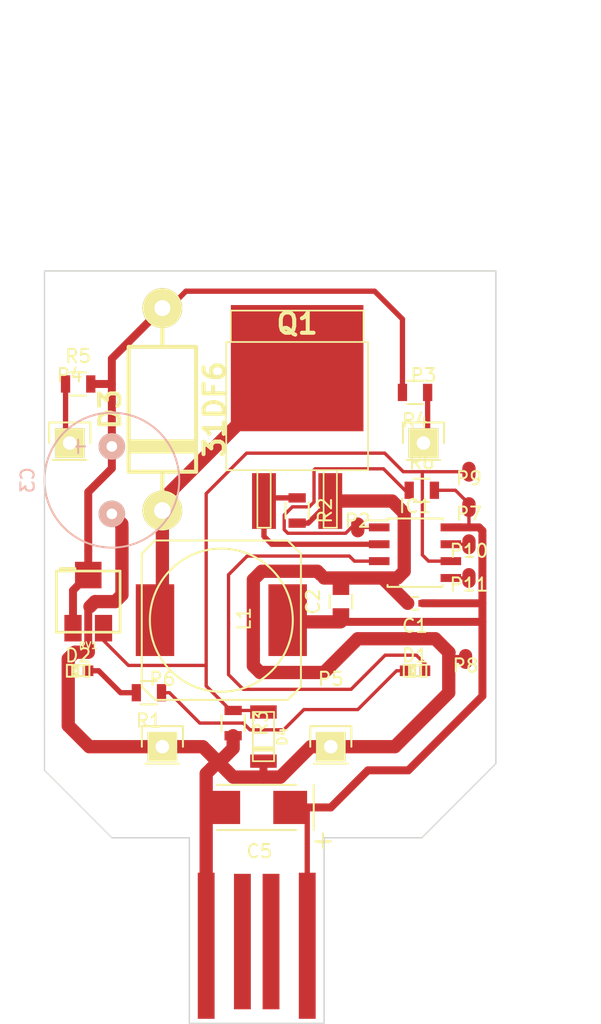
<source format=kicad_pcb>
(kicad_pcb (version 4) (host pcbnew "(2015-05-22 BZR 5678)-product")

  (general
    (links 42)
    (no_connects 0)
    (area 194.259999 53.035999 228.396001 109.778001)
    (thickness 1.6)
    (drawings 15)
    (tracks 198)
    (zones 0)
    (modules 29)
    (nets 17)
  )

  (page A4)
  (layers
    (0 F.Cu signal)
    (31 B.Cu signal)
    (32 B.Adhes user)
    (33 F.Adhes user)
    (34 B.Paste user)
    (35 F.Paste user)
    (36 B.SilkS user)
    (37 F.SilkS user)
    (38 B.Mask user)
    (39 F.Mask user)
    (40 Dwgs.User user)
    (41 Cmts.User user)
    (42 Eco1.User user)
    (43 Eco2.User user)
    (44 Edge.Cuts user)
    (45 Margin user)
    (46 B.CrtYd user)
    (47 F.CrtYd user)
    (48 B.Fab user)
    (49 F.Fab user)
  )

  (setup
    (last_trace_width 0.25)
    (user_trace_width 0.4)
    (user_trace_width 0.6)
    (user_trace_width 1)
    (trace_clearance 0.2)
    (zone_clearance 0.508)
    (zone_45_only no)
    (trace_min 0.2)
    (segment_width 0.2)
    (edge_width 0.1)
    (via_size 0.6)
    (via_drill 0.4)
    (via_min_size 0.4)
    (via_min_drill 0.3)
    (uvia_size 0.3)
    (uvia_drill 0.1)
    (uvias_allowed no)
    (uvia_min_size 0.2)
    (uvia_min_drill 0.1)
    (pcb_text_width 0.3)
    (pcb_text_size 1.5 1.5)
    (mod_edge_width 0.15)
    (mod_text_size 1 1)
    (mod_text_width 0.15)
    (pad_size 2 2)
    (pad_drill 0.8001)
    (pad_to_mask_clearance 0)
    (aux_axis_origin 215.9 88.9)
    (visible_elements 7FFCFFFF)
    (pcbplotparams
      (layerselection 0x00080_00000001)
      (usegerberextensions false)
      (excludeedgelayer false)
      (linewidth 0.100000)
      (plotframeref false)
      (viasonmask false)
      (mode 1)
      (useauxorigin false)
      (hpglpennumber 1)
      (hpglpenspeed 20)
      (hpglpendiameter 15)
      (hpglpenoverlay 2)
      (psnegative false)
      (psa4output false)
      (plotreference false)
      (plotvalue false)
      (plotinvisibletext false)
      (padsonsilk false)
      (subtractmaskfromsilk false)
      (outputformat 5)
      (mirror true)
      (drillshape 1)
      (scaleselection 1)
      (outputdirectory pcb/))
  )

  (net 0 "")
  (net 1 +5V)
  (net 2 GND)
  (net 3 "Net-(C3-Pad1)")
  (net 4 "Net-(D1-Pad2)")
  (net 5 "Net-(D1-Pad1)")
  (net 6 "Net-(D3-Pad2)")
  (net 7 "Net-(IC1-Pad1)")
  (net 8 "Net-(IC1-Pad2)")
  (net 9 "Net-(IC1-Pad5)")
  (net 10 "Net-(IC1-Pad7)")
  (net 11 "Net-(P1-Pad3)")
  (net 12 "Net-(P1-Pad2)")
  (net 13 "Net-(P3-Pad1)")
  (net 14 "Net-(P4-Pad1)")
  (net 15 "Net-(D2-Pad2)")
  (net 16 "Net-(D4-Pad1)")

  (net_class Default "This is the default net class."
    (clearance 0.2)
    (trace_width 0.25)
    (via_dia 0.6)
    (via_drill 0.4)
    (uvia_dia 0.3)
    (uvia_drill 0.1)
    (add_net +5V)
    (add_net GND)
    (add_net "Net-(C3-Pad1)")
    (add_net "Net-(D1-Pad1)")
    (add_net "Net-(D1-Pad2)")
    (add_net "Net-(D2-Pad2)")
    (add_net "Net-(D3-Pad2)")
    (add_net "Net-(D4-Pad1)")
    (add_net "Net-(IC1-Pad1)")
    (add_net "Net-(IC1-Pad2)")
    (add_net "Net-(IC1-Pad5)")
    (add_net "Net-(IC1-Pad7)")
    (add_net "Net-(P1-Pad2)")
    (add_net "Net-(P1-Pad3)")
    (add_net "Net-(P3-Pad1)")
    (add_net "Net-(P4-Pad1)")
  )

  (module w_smd_resistors:trim_bourns_3214j (layer F.Cu) (tedit 0) (tstamp 5560E2BD)
    (at 197.612 77.978 180)
    (descr "SMT trimmer, Bourns 3214J")
    (path /5560DA5C)
    (fp_text reference RV1 (at 0 -3.29946 180) (layer F.SilkS)
      (effects (font (size 0.50038 0.50038) (thickness 0.09906)))
    )
    (fp_text value 500K (at 0 3.70078 180) (layer F.SilkS) hide
      (effects (font (size 0.50038 0.50038) (thickness 0.09906)))
    )
    (fp_line (start 2.10058 2.4003) (end 1.00076 2.4003) (layer F.SilkS) (width 0.20066))
    (fp_line (start 1.00076 2.30124) (end 1.00076 2.49936) (layer F.SilkS) (width 0.20066))
    (fp_line (start 1.00076 2.49936) (end 2.10058 2.49936) (layer F.SilkS) (width 0.20066))
    (fp_line (start 2.10058 2.49936) (end 2.10058 2.30124) (layer F.SilkS) (width 0.20066))
    (fp_line (start -2.4003 2.30124) (end 2.4003 2.30124) (layer F.SilkS) (width 0.20066))
    (fp_line (start 2.4003 2.30124) (end 2.4003 -2.30124) (layer F.SilkS) (width 0.20066))
    (fp_line (start 2.4003 -2.30124) (end -2.4003 -2.30124) (layer F.SilkS) (width 0.20066))
    (fp_line (start -2.4003 -2.30124) (end -2.4003 2.30124) (layer F.SilkS) (width 0.20066))
    (pad 3 smd rect (at -1.15062 -1.99898 180) (size 1.30048 1.99898) (layers F.Cu F.Paste F.Mask)
      (net 16 "Net-(D4-Pad1)"))
    (pad 2 smd rect (at 0 1.99898 180) (size 1.99898 1.99898) (layers F.Cu F.Paste F.Mask)
      (net 3 "Net-(C3-Pad1)"))
    (pad 1 smd rect (at 1.15062 -1.99898 180) (size 1.30048 1.99898) (layers F.Cu F.Paste F.Mask)
      (net 3 "Net-(C3-Pad1)"))
    (model walter/smd_resistors/trim_bourns_3214j.wrl
      (at (xyz 0 0 0))
      (scale (xyz 1 1 1))
      (rotate (xyz 0 0 0))
    )
  )

  (module Inductors:SELF-WE-PD-XXL (layer F.Cu) (tedit 5560E54F) (tstamp 5560E269)
    (at 207.645 79.375 180)
    (descr "SELF- WE-PD-XXL")
    (path /5560C8A8)
    (attr smd)
    (fp_text reference L1 (at -1.69926 0.09906 270) (layer F.SilkS)
      (effects (font (size 1 1) (thickness 0.15)))
    )
    (fp_text value 220uH (at 1.80086 0 270) (layer F.Fab)
      (effects (font (size 1 1) (thickness 0.15)))
    )
    (fp_circle (center 0 0) (end 3.81 3.81) (layer F.SilkS) (width 0.155))
    (fp_line (start -5.99948 0) (end -5.99948 -5.00126) (layer F.SilkS) (width 0.15))
    (fp_line (start -5.99948 -5.00126) (end -5.00126 -5.99948) (layer F.SilkS) (width 0.15))
    (fp_line (start -5.00126 -5.99948) (end 5.00126 -5.99948) (layer F.SilkS) (width 0.15))
    (fp_line (start 5.00126 -5.99948) (end 5.99948 -5.00126) (layer F.SilkS) (width 0.15))
    (fp_line (start 5.99948 -5.00126) (end 5.99948 5.00126) (layer F.SilkS) (width 0.15))
    (fp_line (start 5.99948 5.00126) (end 5.00126 5.99948) (layer F.SilkS) (width 0.15))
    (fp_line (start 5.00126 5.99948) (end -5.00126 5.99948) (layer F.SilkS) (width 0.15))
    (fp_line (start -5.00126 5.99948) (end -5.99948 5.00126) (layer F.SilkS) (width 0.15))
    (fp_line (start -5.99948 5.00126) (end -5.99948 0) (layer F.SilkS) (width 0.15))
    (fp_text user "" (at 0 0 180) (layer F.SilkS)
      (effects (font (size 1 1) (thickness 0.15)))
    )
    (fp_text user "" (at 0 0 180) (layer F.SilkS)
      (effects (font (size 1 1) (thickness 0.15)))
    )
    (pad 1 smd rect (at -5.00126 0 180) (size 2.90068 5.40004) (layers F.Cu F.Paste F.Mask)
      (net 1 +5V))
    (pad 2 smd rect (at 5.00126 0 180) (size 2.90068 5.40004) (layers F.Cu F.Paste F.Mask)
      (net 6 "Net-(D3-Pad2)"))
    (model Inductors.3dshapes/SELF-WE-PD-XXL.wrl
      (at (xyz 0 0 0))
      (scale (xyz 1 1 1))
      (rotate (xyz 0 0 0))
    )
  )

  (module Capacitors_SMD:C_0402 (layer F.Cu) (tedit 5415D599) (tstamp 5560E22D)
    (at 222.25 78.105 180)
    (descr "Capacitor SMD 0402, reflow soldering, AVX (see smccp.pdf)")
    (tags "capacitor 0402")
    (path /5560D234)
    (attr smd)
    (fp_text reference C1 (at 0 -1.7 180) (layer F.SilkS)
      (effects (font (size 1 1) (thickness 0.15)))
    )
    (fp_text value 0.1 (at 0 1.7 180) (layer F.Fab)
      (effects (font (size 1 1) (thickness 0.15)))
    )
    (fp_line (start -1.15 -0.6) (end 1.15 -0.6) (layer F.CrtYd) (width 0.05))
    (fp_line (start -1.15 0.6) (end 1.15 0.6) (layer F.CrtYd) (width 0.05))
    (fp_line (start -1.15 -0.6) (end -1.15 0.6) (layer F.CrtYd) (width 0.05))
    (fp_line (start 1.15 -0.6) (end 1.15 0.6) (layer F.CrtYd) (width 0.05))
    (fp_line (start 0.25 -0.475) (end -0.25 -0.475) (layer F.SilkS) (width 0.15))
    (fp_line (start -0.25 0.475) (end 0.25 0.475) (layer F.SilkS) (width 0.15))
    (pad 1 smd rect (at -0.55 0 180) (size 0.6 0.5) (layers F.Cu F.Paste F.Mask)
      (net 1 +5V))
    (pad 2 smd rect (at 0.55 0 180) (size 0.6 0.5) (layers F.Cu F.Paste F.Mask)
      (net 2 GND))
    (model Capacitors_SMD.3dshapes/C_0402.wrl
      (at (xyz 0 0 0))
      (scale (xyz 1 1 1))
      (rotate (xyz 0 0 0))
    )
  )

  (module Capacitors_Elko_ThroughHole:Elko_vert_20x10mm_RM5 (layer B.Cu) (tedit 5561D267) (tstamp 5560E239)
    (at 199.39 66.294 270)
    (descr "Electrolytic Capacitor, vertical, diameter 10mm, RM 5mm, radial,")
    (tags "Electrolytic Capacitor, vertical, diameter 10mm, RM 5mm, Elko, Electrolytkondensator, Kondensator gepolt, Durchmesser 10mm, radial,")
    (path /5560D8B7)
    (fp_text reference C3 (at 2.54 6.35 270) (layer B.SilkS)
      (effects (font (size 1 1) (thickness 0.15)) (justify mirror))
    )
    (fp_text value 4,7uF/300V (at 2.54 -6.35 270) (layer B.Fab)
      (effects (font (size 1 1) (thickness 0.15)) (justify mirror))
    )
    (fp_line (start 0 3.048) (end 0 2.032) (layer B.SilkS) (width 0.15))
    (fp_line (start -0.508 2.54) (end 0.508 2.54) (layer B.SilkS) (width 0.15))
    (fp_line (start -0.508 2.54) (end 0.508 2.54) (layer B.Cu) (width 0.15))
    (fp_line (start 0 3.048) (end 0 2.032) (layer B.Cu) (width 0.15))
    (fp_circle (center 2.54 0) (end 7.62 0) (layer B.SilkS) (width 0.15))
    (pad 2 thru_hole circle (at 5.08 0 270) (size 2 2) (drill 0.8001) (layers *.Cu *.Mask B.SilkS)
      (net 2 GND))
    (pad 1 thru_hole circle (at 0 0 270) (size 2 2) (drill 0.8001) (layers *.Cu *.Mask B.SilkS)
      (net 3 "Net-(C3-Pad1)"))
    (model Capacitors_Elko_ThroughHole.3dshapes/Elko_vert_20x10mm_RM5.wrl
      (at (xyz 0 0 0))
      (scale (xyz 1 1 1))
      (rotate (xyz 0 0 0))
    )
  )

  (module LEDs:LED-0603 (layer F.Cu) (tedit 5560E33F) (tstamp 5560E245)
    (at 222.25 83.185)
    (descr "LED 0603 smd package")
    (tags "LED led 0603 SMD smd SMT smt smdled SMDLED smtled SMTLED")
    (path /5560EA08)
    (attr smd)
    (fp_text reference D1 (at 0 -1.15) (layer F.SilkS)
      (effects (font (size 1 1) (thickness 0.15)))
    )
    (fp_text value Led_Small (at 0 1.2) (layer F.Fab)
      (effects (font (size 1 1) (thickness 0.15)))
    )
    (fp_line (start -0.44958 -0.44958) (end -0.44958 0.44958) (layer F.SilkS) (width 0.15))
    (fp_line (start -0.44958 0.44958) (end -0.84836 0.44958) (layer F.SilkS) (width 0.15))
    (fp_line (start -0.84836 -0.44958) (end -0.84836 0.44958) (layer F.SilkS) (width 0.15))
    (fp_line (start -0.44958 -0.44958) (end -0.84836 -0.44958) (layer F.SilkS) (width 0.15))
    (fp_line (start 0.84836 -0.44958) (end 0.84836 0.44958) (layer F.SilkS) (width 0.15))
    (fp_line (start 0.84836 0.44958) (end 0.44958 0.44958) (layer F.SilkS) (width 0.15))
    (fp_line (start 0.44958 -0.44958) (end 0.44958 0.44958) (layer F.SilkS) (width 0.15))
    (fp_line (start 0.84836 -0.44958) (end 0.44958 -0.44958) (layer F.SilkS) (width 0.15))
    (fp_line (start 0 -0.44958) (end 0 -0.29972) (layer F.SilkS) (width 0.15))
    (fp_line (start 0 -0.29972) (end -0.29972 -0.29972) (layer F.SilkS) (width 0.15))
    (fp_line (start -0.29972 -0.44958) (end -0.29972 -0.29972) (layer F.SilkS) (width 0.15))
    (fp_line (start 0 -0.44958) (end -0.29972 -0.44958) (layer F.SilkS) (width 0.15))
    (fp_line (start 0 0.29972) (end 0 0.44958) (layer F.SilkS) (width 0.15))
    (fp_line (start 0 0.44958) (end -0.29972 0.44958) (layer F.SilkS) (width 0.15))
    (fp_line (start -0.29972 0.29972) (end -0.29972 0.44958) (layer F.SilkS) (width 0.15))
    (fp_line (start 0 0.29972) (end -0.29972 0.29972) (layer F.SilkS) (width 0.15))
    (fp_line (start 0 -0.14986) (end 0 0.14986) (layer F.SilkS) (width 0.15))
    (fp_line (start 0 0.14986) (end -0.29972 0.14986) (layer F.SilkS) (width 0.15))
    (fp_line (start -0.29972 -0.14986) (end -0.29972 0.14986) (layer F.SilkS) (width 0.15))
    (fp_line (start 0 -0.14986) (end -0.29972 -0.14986) (layer F.SilkS) (width 0.15))
    (fp_line (start -0.44958 -0.39878) (end 0.44958 -0.39878) (layer F.SilkS) (width 0.15))
    (fp_line (start -0.44958 0.39878) (end 0.44958 0.39878) (layer F.SilkS) (width 0.15))
    (pad 2 smd rect (at 0.7493 0 180) (size 0.79756 0.79756) (layers F.Cu F.Paste F.Mask)
      (net 4 "Net-(D1-Pad2)"))
    (pad 1 smd rect (at -0.7493 0 180) (size 0.79756 0.79756) (layers F.Cu F.Paste F.Mask)
      (net 5 "Net-(D1-Pad1)"))
  )

  (module LEDs:LED-0603 (layer F.Cu) (tedit 5560E332) (tstamp 5560E24B)
    (at 196.85 83.185)
    (descr "LED 0603 smd package")
    (tags "LED led 0603 SMD smd SMT smt smdled SMDLED smtled SMTLED")
    (path /5560EA7D)
    (attr smd)
    (fp_text reference D2 (at 0 -1.15) (layer F.SilkS)
      (effects (font (size 1 1) (thickness 0.15)))
    )
    (fp_text value Led_Small (at 0 1.2) (layer F.Fab)
      (effects (font (size 1 1) (thickness 0.15)))
    )
    (fp_line (start -0.44958 -0.44958) (end -0.44958 0.44958) (layer F.SilkS) (width 0.15))
    (fp_line (start -0.44958 0.44958) (end -0.84836 0.44958) (layer F.SilkS) (width 0.15))
    (fp_line (start -0.84836 -0.44958) (end -0.84836 0.44958) (layer F.SilkS) (width 0.15))
    (fp_line (start -0.44958 -0.44958) (end -0.84836 -0.44958) (layer F.SilkS) (width 0.15))
    (fp_line (start 0.84836 -0.44958) (end 0.84836 0.44958) (layer F.SilkS) (width 0.15))
    (fp_line (start 0.84836 0.44958) (end 0.44958 0.44958) (layer F.SilkS) (width 0.15))
    (fp_line (start 0.44958 -0.44958) (end 0.44958 0.44958) (layer F.SilkS) (width 0.15))
    (fp_line (start 0.84836 -0.44958) (end 0.44958 -0.44958) (layer F.SilkS) (width 0.15))
    (fp_line (start 0 -0.44958) (end 0 -0.29972) (layer F.SilkS) (width 0.15))
    (fp_line (start 0 -0.29972) (end -0.29972 -0.29972) (layer F.SilkS) (width 0.15))
    (fp_line (start -0.29972 -0.44958) (end -0.29972 -0.29972) (layer F.SilkS) (width 0.15))
    (fp_line (start 0 -0.44958) (end -0.29972 -0.44958) (layer F.SilkS) (width 0.15))
    (fp_line (start 0 0.29972) (end 0 0.44958) (layer F.SilkS) (width 0.15))
    (fp_line (start 0 0.44958) (end -0.29972 0.44958) (layer F.SilkS) (width 0.15))
    (fp_line (start -0.29972 0.29972) (end -0.29972 0.44958) (layer F.SilkS) (width 0.15))
    (fp_line (start 0 0.29972) (end -0.29972 0.29972) (layer F.SilkS) (width 0.15))
    (fp_line (start 0 -0.14986) (end 0 0.14986) (layer F.SilkS) (width 0.15))
    (fp_line (start 0 0.14986) (end -0.29972 0.14986) (layer F.SilkS) (width 0.15))
    (fp_line (start -0.29972 -0.14986) (end -0.29972 0.14986) (layer F.SilkS) (width 0.15))
    (fp_line (start 0 -0.14986) (end -0.29972 -0.14986) (layer F.SilkS) (width 0.15))
    (fp_line (start -0.44958 -0.39878) (end 0.44958 -0.39878) (layer F.SilkS) (width 0.15))
    (fp_line (start -0.44958 0.39878) (end 0.44958 0.39878) (layer F.SilkS) (width 0.15))
    (pad 2 smd rect (at 0.7493 0 180) (size 0.79756 0.79756) (layers F.Cu F.Paste F.Mask)
      (net 15 "Net-(D2-Pad2)"))
    (pad 1 smd rect (at -0.7493 0 180) (size 0.79756 0.79756) (layers F.Cu F.Paste F.Mask)
      (net 2 GND))
  )

  (module w_smd_diode:sod80c (layer F.Cu) (tedit 0) (tstamp 5560E257)
    (at 210.82 88.138 270)
    (descr SOD80C)
    (path /55612A4B)
    (fp_text reference D4 (at 0 -1.4224 270) (layer F.SilkS)
      (effects (font (size 0.70104 0.70104) (thickness 0.14986)))
    )
    (fp_text value BZV55-C3V3 (at 0.0254 1.397 270) (layer F.SilkS) hide
      (effects (font (size 0.70104 0.70104) (thickness 0.14986)))
    )
    (fp_line (start 1.0541 -0.8001) (end 1.0541 0.8001) (layer F.SilkS) (width 0.127))
    (fp_line (start 0.9271 0.8001) (end 0.9271 -0.8001) (layer F.SilkS) (width 0.127))
    (fp_line (start 0.8001 -0.8001) (end 0.8001 0.8001) (layer F.SilkS) (width 0.127))
    (fp_line (start 1.8542 -0.8001) (end -1.8542 -0.8001) (layer F.SilkS) (width 0.127))
    (fp_line (start -1.8542 -0.8001) (end -1.8542 0.8001) (layer F.SilkS) (width 0.127))
    (fp_line (start -1.8542 0.8001) (end 1.8542 0.8001) (layer F.SilkS) (width 0.127))
    (fp_line (start 1.8542 0.8001) (end 1.8542 -0.8001) (layer F.SilkS) (width 0.127))
    (pad 1 smd rect (at -1.84912 0 270) (size 1.00076 1.99898) (layers F.Cu F.Paste F.Mask)
      (net 16 "Net-(D4-Pad1)"))
    (pad 2 smd rect (at 1.84912 0 270) (size 1.00076 1.99898) (layers F.Cu F.Paste F.Mask)
      (net 2 GND))
    (model walter/smd_diode/sod80c.wrl
      (at (xyz 0 0 0))
      (scale (xyz 1 1 1))
      (rotate (xyz 0 0 0))
    )
  )

  (module Housings_SOIC:SOIC-8_3.9x4.9mm_Pitch1.27mm (layer F.Cu) (tedit 54130A77) (tstamp 5560E263)
    (at 222.25 74.295)
    (descr "8-Lead Plastic Small Outline (SN) - Narrow, 3.90 mm Body [SOIC] (see Microchip Packaging Specification 00000049BS.pdf)")
    (tags "SOIC 1.27")
    (path /5560C9CC)
    (attr smd)
    (fp_text reference IC1 (at 0 -3.5) (layer F.SilkS)
      (effects (font (size 1 1) (thickness 0.15)))
    )
    (fp_text value ATTINY12-S (at 0 3.5) (layer F.Fab)
      (effects (font (size 1 1) (thickness 0.15)))
    )
    (fp_line (start -3.75 -2.75) (end -3.75 2.75) (layer F.CrtYd) (width 0.05))
    (fp_line (start 3.75 -2.75) (end 3.75 2.75) (layer F.CrtYd) (width 0.05))
    (fp_line (start -3.75 -2.75) (end 3.75 -2.75) (layer F.CrtYd) (width 0.05))
    (fp_line (start -3.75 2.75) (end 3.75 2.75) (layer F.CrtYd) (width 0.05))
    (fp_line (start -2.075 -2.575) (end -2.075 -2.43) (layer F.SilkS) (width 0.15))
    (fp_line (start 2.075 -2.575) (end 2.075 -2.43) (layer F.SilkS) (width 0.15))
    (fp_line (start 2.075 2.575) (end 2.075 2.43) (layer F.SilkS) (width 0.15))
    (fp_line (start -2.075 2.575) (end -2.075 2.43) (layer F.SilkS) (width 0.15))
    (fp_line (start -2.075 -2.575) (end 2.075 -2.575) (layer F.SilkS) (width 0.15))
    (fp_line (start -2.075 2.575) (end 2.075 2.575) (layer F.SilkS) (width 0.15))
    (fp_line (start -2.075 -2.43) (end -3.475 -2.43) (layer F.SilkS) (width 0.15))
    (pad 1 smd rect (at -2.7 -1.905) (size 1.55 0.6) (layers F.Cu F.Paste F.Mask)
      (net 7 "Net-(IC1-Pad1)"))
    (pad 2 smd rect (at -2.7 -0.635) (size 1.55 0.6) (layers F.Cu F.Paste F.Mask)
      (net 8 "Net-(IC1-Pad2)"))
    (pad 3 smd rect (at -2.7 0.635) (size 1.55 0.6) (layers F.Cu F.Paste F.Mask)
      (net 4 "Net-(D1-Pad2)"))
    (pad 4 smd rect (at -2.7 1.905) (size 1.55 0.6) (layers F.Cu F.Paste F.Mask)
      (net 2 GND))
    (pad 5 smd rect (at 2.7 1.905) (size 1.55 0.6) (layers F.Cu F.Paste F.Mask)
      (net 9 "Net-(IC1-Pad5)"))
    (pad 6 smd rect (at 2.7 0.635) (size 1.55 0.6) (layers F.Cu F.Paste F.Mask)
      (net 16 "Net-(D4-Pad1)"))
    (pad 7 smd rect (at 2.7 -0.635) (size 1.55 0.6) (layers F.Cu F.Paste F.Mask)
      (net 10 "Net-(IC1-Pad7)"))
    (pad 8 smd rect (at 2.7 -1.905) (size 1.55 0.6) (layers F.Cu F.Paste F.Mask)
      (net 1 +5V))
    (model Housings_SOIC.3dshapes/SOIC-8_3.9x4.9mm_Pitch1.27mm.wrl
      (at (xyz 0 0 0))
      (scale (xyz 1 1 1))
      (rotate (xyz 0 0 0))
    )
  )

  (module w_smd_trans:d2-pak (layer F.Cu) (tedit 0) (tstamp 5560E298)
    (at 213.36 65.405)
    (descr D2-pak)
    (path /556158D3)
    (fp_text reference Q1 (at 0 -8.3566) (layer F.SilkS)
      (effects (font (thickness 0.3048)))
    )
    (fp_text value IRF630NS (at 0 5.9944) (layer F.SilkS) hide
      (effects (font (thickness 0.3048)))
    )
    (fp_line (start -5.0038 -6.9723) (end -5.0038 -9.3345) (layer F.SilkS) (width 0.127))
    (fp_line (start -5.0038 -9.3345) (end 5.0038 -9.3345) (layer F.SilkS) (width 0.127))
    (fp_line (start 5.0038 -9.3345) (end 5.0038 -6.9723) (layer F.SilkS) (width 0.127))
    (fp_line (start 2.9972 7.0104) (end 2.9972 2.6797) (layer F.SilkS) (width 0.127))
    (fp_line (start 1.9939 7.0104) (end 2.9972 7.0104) (layer F.SilkS) (width 0.127))
    (fp_line (start 1.9939 2.6797) (end 1.9939 7.0104) (layer F.SilkS) (width 0.127))
    (fp_line (start -2.9972 2.6797) (end -2.9972 7.0104) (layer F.SilkS) (width 0.127))
    (fp_line (start -2.9972 7.0104) (end -1.9939 7.0104) (layer F.SilkS) (width 0.127))
    (fp_line (start -1.9939 7.0104) (end -1.9939 2.6797) (layer F.SilkS) (width 0.127))
    (fp_line (start -5.3467 -6.9723) (end 5.3467 -6.9723) (layer F.SilkS) (width 0.127))
    (fp_line (start 5.3467 -6.9723) (end 5.3467 2.6797) (layer F.SilkS) (width 0.127))
    (fp_line (start 5.3467 2.6797) (end -5.3467 2.6797) (layer F.SilkS) (width 0.127))
    (fp_line (start -5.3467 2.6797) (end -5.3467 -6.9723) (layer F.SilkS) (width 0.127))
    (pad 1 smd rect (at -2.49936 5.00126) (size 1.80086 4.20116) (layers F.Cu F.Paste F.Mask)
      (net 8 "Net-(IC1-Pad2)"))
    (pad 3 smd rect (at 2.49936 5.00126) (size 1.80086 4.20116) (layers F.Cu F.Paste F.Mask)
      (net 2 GND))
    (pad 2 smd rect (at 0 -5.00126) (size 9.99998 9.4996) (layers F.Cu F.Paste F.Mask)
      (net 6 "Net-(D3-Pad2)"))
    (model walter/smd_trans/d2-pak.wrl
      (at (xyz 0 0 0))
      (scale (xyz 1 1 1))
      (rotate (xyz 0 0 0))
    )
  )

  (module Resistors_SMD:R_0805 (layer F.Cu) (tedit 5415CDEB) (tstamp 5560E29E)
    (at 202.184 84.836 180)
    (descr "Resistor SMD 0805, reflow soldering, Vishay (see dcrcw.pdf)")
    (tags "resistor 0805")
    (path /5560EBB1)
    (attr smd)
    (fp_text reference R1 (at 0 -2.1 180) (layer F.SilkS)
      (effects (font (size 1 1) (thickness 0.15)))
    )
    (fp_text value 68 (at 0 2.1 180) (layer F.Fab)
      (effects (font (size 1 1) (thickness 0.15)))
    )
    (fp_line (start -1.6 -1) (end 1.6 -1) (layer F.CrtYd) (width 0.05))
    (fp_line (start -1.6 1) (end 1.6 1) (layer F.CrtYd) (width 0.05))
    (fp_line (start -1.6 -1) (end -1.6 1) (layer F.CrtYd) (width 0.05))
    (fp_line (start 1.6 -1) (end 1.6 1) (layer F.CrtYd) (width 0.05))
    (fp_line (start 0.6 0.875) (end -0.6 0.875) (layer F.SilkS) (width 0.15))
    (fp_line (start -0.6 -0.875) (end 0.6 -0.875) (layer F.SilkS) (width 0.15))
    (pad 1 smd rect (at -0.95 0 180) (size 0.7 1.3) (layers F.Cu F.Paste F.Mask)
      (net 5 "Net-(D1-Pad1)"))
    (pad 2 smd rect (at 0.95 0 180) (size 0.7 1.3) (layers F.Cu F.Paste F.Mask)
      (net 15 "Net-(D2-Pad2)"))
    (model Resistors_SMD.3dshapes/R_0805.wrl
      (at (xyz 0 0 0))
      (scale (xyz 1 1 1))
      (rotate (xyz 0 0 0))
    )
  )

  (module Resistors_SMD:R_0805 (layer F.Cu) (tedit 5415CDEB) (tstamp 5560E2A4)
    (at 213.36 71.12 270)
    (descr "Resistor SMD 0805, reflow soldering, Vishay (see dcrcw.pdf)")
    (tags "resistor 0805")
    (path /5560CCAE)
    (attr smd)
    (fp_text reference R2 (at 0 -2.1 270) (layer F.SilkS)
      (effects (font (size 1 1) (thickness 0.15)))
    )
    (fp_text value 1M (at -1.905 0 270) (layer F.Fab)
      (effects (font (size 1 1) (thickness 0.15)))
    )
    (fp_line (start -1.6 -1) (end 1.6 -1) (layer F.CrtYd) (width 0.05))
    (fp_line (start -1.6 1) (end 1.6 1) (layer F.CrtYd) (width 0.05))
    (fp_line (start -1.6 -1) (end -1.6 1) (layer F.CrtYd) (width 0.05))
    (fp_line (start 1.6 -1) (end 1.6 1) (layer F.CrtYd) (width 0.05))
    (fp_line (start 0.6 0.875) (end -0.6 0.875) (layer F.SilkS) (width 0.15))
    (fp_line (start -0.6 -0.875) (end 0.6 -0.875) (layer F.SilkS) (width 0.15))
    (pad 1 smd rect (at -0.95 0 270) (size 0.7 1.3) (layers F.Cu F.Paste F.Mask)
      (net 8 "Net-(IC1-Pad2)"))
    (pad 2 smd rect (at 0.95 0 270) (size 0.7 1.3) (layers F.Cu F.Paste F.Mask)
      (net 2 GND))
    (model Resistors_SMD.3dshapes/R_0805.wrl
      (at (xyz 0 0 0))
      (scale (xyz 1 1 1))
      (rotate (xyz 0 0 0))
    )
  )

  (module Resistors_SMD:R_0805 (layer F.Cu) (tedit 5415CDEB) (tstamp 5560E2AA)
    (at 208.534 87.122 270)
    (descr "Resistor SMD 0805, reflow soldering, Vishay (see dcrcw.pdf)")
    (tags "resistor 0805")
    (path /5560D9BF)
    (attr smd)
    (fp_text reference R3 (at 0 -2.1 270) (layer F.SilkS)
      (effects (font (size 1 1) (thickness 0.15)))
    )
    (fp_text value 4K7 (at 0 2.1 270) (layer F.Fab)
      (effects (font (size 1 1) (thickness 0.15)))
    )
    (fp_line (start -1.6 -1) (end 1.6 -1) (layer F.CrtYd) (width 0.05))
    (fp_line (start -1.6 1) (end 1.6 1) (layer F.CrtYd) (width 0.05))
    (fp_line (start -1.6 -1) (end -1.6 1) (layer F.CrtYd) (width 0.05))
    (fp_line (start 1.6 -1) (end 1.6 1) (layer F.CrtYd) (width 0.05))
    (fp_line (start 0.6 0.875) (end -0.6 0.875) (layer F.SilkS) (width 0.15))
    (fp_line (start -0.6 -0.875) (end 0.6 -0.875) (layer F.SilkS) (width 0.15))
    (pad 1 smd rect (at -0.95 0 270) (size 0.7 1.3) (layers F.Cu F.Paste F.Mask)
      (net 16 "Net-(D4-Pad1)"))
    (pad 2 smd rect (at 0.95 0 270) (size 0.7 1.3) (layers F.Cu F.Paste F.Mask)
      (net 2 GND))
    (model Resistors_SMD.3dshapes/R_0805.wrl
      (at (xyz 0 0 0))
      (scale (xyz 1 1 1))
      (rotate (xyz 0 0 0))
    )
  )

  (module Resistors_SMD:R_0805 (layer F.Cu) (tedit 5415CDEB) (tstamp 5560E2B0)
    (at 222.25 62.23 180)
    (descr "Resistor SMD 0805, reflow soldering, Vishay (see dcrcw.pdf)")
    (tags "resistor 0805")
    (path /5561080F)
    (attr smd)
    (fp_text reference R4 (at 0 -2.1 180) (layer F.SilkS)
      (effects (font (size 1 1) (thickness 0.15)))
    )
    (fp_text value 510 (at 0 2.1 180) (layer F.Fab)
      (effects (font (size 1 1) (thickness 0.15)))
    )
    (fp_line (start -1.6 -1) (end 1.6 -1) (layer F.CrtYd) (width 0.05))
    (fp_line (start -1.6 1) (end 1.6 1) (layer F.CrtYd) (width 0.05))
    (fp_line (start -1.6 -1) (end -1.6 1) (layer F.CrtYd) (width 0.05))
    (fp_line (start 1.6 -1) (end 1.6 1) (layer F.CrtYd) (width 0.05))
    (fp_line (start 0.6 0.875) (end -0.6 0.875) (layer F.SilkS) (width 0.15))
    (fp_line (start -0.6 -0.875) (end 0.6 -0.875) (layer F.SilkS) (width 0.15))
    (pad 1 smd rect (at -0.95 0 180) (size 0.7 1.3) (layers F.Cu F.Paste F.Mask)
      (net 13 "Net-(P3-Pad1)"))
    (pad 2 smd rect (at 0.95 0 180) (size 0.7 1.3) (layers F.Cu F.Paste F.Mask)
      (net 3 "Net-(C3-Pad1)"))
    (model Resistors_SMD.3dshapes/R_0805.wrl
      (at (xyz 0 0 0))
      (scale (xyz 1 1 1))
      (rotate (xyz 0 0 0))
    )
  )

  (module Resistors_SMD:R_0805 (layer F.Cu) (tedit 5415CDEB) (tstamp 5560E2B6)
    (at 196.85 61.595)
    (descr "Resistor SMD 0805, reflow soldering, Vishay (see dcrcw.pdf)")
    (tags "resistor 0805")
    (path /5561088C)
    (attr smd)
    (fp_text reference R5 (at 0 -2.1) (layer F.SilkS)
      (effects (font (size 1 1) (thickness 0.15)))
    )
    (fp_text value 510 (at 0 2.1) (layer F.Fab)
      (effects (font (size 1 1) (thickness 0.15)))
    )
    (fp_line (start -1.6 -1) (end 1.6 -1) (layer F.CrtYd) (width 0.05))
    (fp_line (start -1.6 1) (end 1.6 1) (layer F.CrtYd) (width 0.05))
    (fp_line (start -1.6 -1) (end -1.6 1) (layer F.CrtYd) (width 0.05))
    (fp_line (start 1.6 -1) (end 1.6 1) (layer F.CrtYd) (width 0.05))
    (fp_line (start 0.6 0.875) (end -0.6 0.875) (layer F.SilkS) (width 0.15))
    (fp_line (start -0.6 -0.875) (end 0.6 -0.875) (layer F.SilkS) (width 0.15))
    (pad 1 smd rect (at -0.95 0) (size 0.7 1.3) (layers F.Cu F.Paste F.Mask)
      (net 14 "Net-(P4-Pad1)"))
    (pad 2 smd rect (at 0.95 0) (size 0.7 1.3) (layers F.Cu F.Paste F.Mask)
      (net 3 "Net-(C3-Pad1)"))
    (model Resistors_SMD.3dshapes/R_0805.wrl
      (at (xyz 0 0 0))
      (scale (xyz 1 1 1))
      (rotate (xyz 0 0 0))
    )
  )

  (module w_pth_diode:diode_do201 (layer F.Cu) (tedit 5561CE33) (tstamp 5560E3D7)
    (at 203.2 63.5 270)
    (descr "Diode, DO-201 package")
    (path /5560D3F9)
    (fp_text reference D3 (at 0 3.937 270) (layer F.SilkS)
      (effects (font (thickness 0.3048)))
    )
    (fp_text value 31DF6 (at 0 -3.937 270) (layer F.SilkS)
      (effects (font (thickness 0.3048)))
    )
    (fp_line (start 2.413 2.54) (end 2.413 -2.54) (layer F.SilkS) (width 0.3048))
    (fp_line (start 2.667 -2.54) (end 2.667 2.54) (layer F.SilkS) (width 0.3048))
    (fp_line (start 2.921 2.54) (end 2.921 -2.54) (layer F.SilkS) (width 0.3048))
    (fp_line (start 3.175 -2.54) (end 3.175 2.54) (layer F.SilkS) (width 0.3048))
    (fp_line (start 7.62 0) (end 4.699 0) (layer F.SilkS) (width 0.3048))
    (fp_line (start -7.62 0) (end -4.699 0) (layer F.SilkS) (width 0.3048))
    (fp_line (start -4.699 2.54) (end -4.699 -2.54) (layer F.SilkS) (width 0.3048))
    (fp_line (start -4.699 -2.54) (end 4.699 -2.54) (layer F.SilkS) (width 0.3048))
    (fp_line (start 4.699 -2.54) (end 4.699 2.54) (layer F.SilkS) (width 0.3048))
    (fp_line (start 4.699 2.54) (end -4.699 2.54) (layer F.SilkS) (width 0.3048))
    (pad 1 thru_hole circle (at -7.62 0 270) (size 3 3) (drill 1.2) (layers *.Cu *.Mask F.SilkS)
      (net 3 "Net-(C3-Pad1)"))
    (pad 2 thru_hole circle (at 7.62 0 270) (size 3 3) (drill 1.24968) (layers *.Cu *.Mask F.SilkS)
      (net 6 "Net-(D3-Pad2)"))
    (model walter/pth_diodes/diode_do201.wrl
      (at (xyz 0 0 0))
      (scale (xyz 1 1 1))
      (rotate (xyz 0 0 0))
    )
  )

  (module svo_assorted:wirepad-1 (layer F.Cu) (tedit 55611155) (tstamp 556113D9)
    (at 217.932 72.39 180)
    (path /55616784)
    (fp_text reference P2 (at 0 0.5 180) (layer F.SilkS)
      (effects (font (size 1 1) (thickness 0.15)))
    )
    (fp_text value CONN_01X01 (at 0 -0.5 180) (layer F.Fab)
      (effects (font (size 1 1) (thickness 0.15)))
    )
    (pad 1 smd oval (at 0 0 180) (size 1 1.5) (layers F.Cu F.Paste F.Mask)
      (net 7 "Net-(IC1-Pad1)"))
  )

  (module svo_assorted:wirepad-1 (layer F.Cu) (tedit 55611155) (tstamp 556113F1)
    (at 226.314 70.866)
    (path /55616ADC)
    (fp_text reference P7 (at 0 0.5) (layer F.SilkS)
      (effects (font (size 1 1) (thickness 0.15)))
    )
    (fp_text value CONN_01X01 (at 0 -0.5) (layer F.Fab)
      (effects (font (size 1 1) (thickness 0.15)))
    )
    (pad 1 smd oval (at 0 0) (size 1 1.5) (layers F.Cu F.Paste F.Mask)
      (net 1 +5V))
  )

  (module svo_assorted:wirepad-1 (layer F.Cu) (tedit 55611155) (tstamp 556113F6)
    (at 226.06 82.296)
    (path /55616B20)
    (fp_text reference P8 (at 0 0.5) (layer F.SilkS)
      (effects (font (size 1 1) (thickness 0.15)))
    )
    (fp_text value CONN_01X01 (at 0 -0.5) (layer F.Fab)
      (effects (font (size 1 1) (thickness 0.15)))
    )
    (pad 1 smd oval (at 0 0) (size 1 1.5) (layers F.Cu F.Paste F.Mask)
      (net 2 GND))
  )

  (module svo_assorted:wirepad-1 (layer F.Cu) (tedit 55611155) (tstamp 556113FB)
    (at 226.314 68.199)
    (path /55616B66)
    (fp_text reference P9 (at 0 0.5) (layer F.SilkS)
      (effects (font (size 1 1) (thickness 0.15)))
    )
    (fp_text value CONN_01X01 (at 0 -0.5) (layer F.Fab)
      (effects (font (size 1 1) (thickness 0.15)))
    )
    (pad 1 smd oval (at 0 0) (size 1 1.5) (layers F.Cu F.Paste F.Mask)
      (net 16 "Net-(D4-Pad1)"))
  )

  (module svo_assorted:wirepad-1 (layer F.Cu) (tedit 55611155) (tstamp 55611400)
    (at 226.314 73.66)
    (path /55616BAE)
    (fp_text reference P10 (at 0 0.5) (layer F.SilkS)
      (effects (font (size 1 1) (thickness 0.15)))
    )
    (fp_text value CONN_01X01 (at 0 -0.5) (layer F.Fab)
      (effects (font (size 1 1) (thickness 0.15)))
    )
    (pad 1 smd oval (at 0 0) (size 1 1.5) (layers F.Cu F.Paste F.Mask)
      (net 10 "Net-(IC1-Pad7)"))
  )

  (module svo_assorted:wirepad-1 (layer F.Cu) (tedit 55611155) (tstamp 55611405)
    (at 226.314 76.2)
    (path /55616BF8)
    (fp_text reference P11 (at 0 0.5) (layer F.SilkS)
      (effects (font (size 1 1) (thickness 0.15)))
    )
    (fp_text value CONN_01X01 (at 0 -0.5) (layer F.Fab)
      (effects (font (size 1 1) (thickness 0.15)))
    )
    (pad 1 smd oval (at 0 0) (size 1 1.5) (layers F.Cu F.Paste F.Mask)
      (net 9 "Net-(IC1-Pad5)"))
  )

  (module svo_assorted:USBPCB (layer F.Cu) (tedit 0) (tstamp 556116DD)
    (at 210.312 103.886 180)
    (path /5560F2A1)
    (fp_text reference P1 (at -7.62 0 180) (layer F.SilkS) hide
      (effects (font (size 1 1) (thickness 0.15)))
    )
    (fp_text value USB_A (at -7.62 1.27 180) (layer F.SilkS) hide
      (effects (font (size 1 1) (thickness 0.15)))
    )
    (pad 1 smd rect (at -3.81 0 180) (size 1.27 11) (layers F.Cu F.Paste F.Mask)
      (net 1 +5V))
    (pad 2 smd rect (at -1.0795 0.3175 180) (size 1.27 10.2) (layers F.Cu F.Paste F.Mask)
      (net 12 "Net-(P1-Pad2)"))
    (pad 3 smd rect (at 1.0795 0.3175 180) (size 1.27 10.2) (layers F.Cu F.Paste F.Mask)
      (net 11 "Net-(P1-Pad3)"))
    (pad 4 smd rect (at 3.81 0 180) (size 1.27 11) (layers F.Cu F.Paste F.Mask)
      (net 2 GND))
  )

  (module Pin_Headers:Pin_Header_Straight_1x01 (layer F.Cu) (tedit 54EA08DC) (tstamp 556118F4)
    (at 222.885 66.04)
    (descr "Through hole pin header")
    (tags "pin header")
    (path /5560F905)
    (fp_text reference P3 (at 0 -5.1) (layer F.SilkS)
      (effects (font (size 1 1) (thickness 0.15)))
    )
    (fp_text value CONN_01X01 (at 0 -3.1) (layer F.Fab)
      (effects (font (size 1 1) (thickness 0.15)))
    )
    (fp_line (start 1.55 -1.55) (end 1.55 0) (layer F.SilkS) (width 0.15))
    (fp_line (start -1.75 -1.75) (end -1.75 1.75) (layer F.CrtYd) (width 0.05))
    (fp_line (start 1.75 -1.75) (end 1.75 1.75) (layer F.CrtYd) (width 0.05))
    (fp_line (start -1.75 -1.75) (end 1.75 -1.75) (layer F.CrtYd) (width 0.05))
    (fp_line (start -1.75 1.75) (end 1.75 1.75) (layer F.CrtYd) (width 0.05))
    (fp_line (start -1.55 0) (end -1.55 -1.55) (layer F.SilkS) (width 0.15))
    (fp_line (start -1.55 -1.55) (end 1.55 -1.55) (layer F.SilkS) (width 0.15))
    (fp_line (start -1.27 1.27) (end 1.27 1.27) (layer F.SilkS) (width 0.15))
    (pad 1 thru_hole rect (at 0 0) (size 2.2352 2.2352) (drill 1.016) (layers *.Cu *.Mask F.SilkS)
      (net 13 "Net-(P3-Pad1)"))
    (model Pin_Headers.3dshapes/Pin_Header_Straight_1x01.wrl
      (at (xyz 0 0 0))
      (scale (xyz 1 1 1))
      (rotate (xyz 0 0 90))
    )
  )

  (module Pin_Headers:Pin_Header_Straight_1x01 (layer F.Cu) (tedit 54EA08DC) (tstamp 556118F8)
    (at 196.215 66.04)
    (descr "Through hole pin header")
    (tags "pin header")
    (path /5560FCE4)
    (fp_text reference P4 (at 0 -5.1) (layer F.SilkS)
      (effects (font (size 1 1) (thickness 0.15)))
    )
    (fp_text value CONN_01X01 (at 0 -3.1) (layer F.Fab)
      (effects (font (size 1 1) (thickness 0.15)))
    )
    (fp_line (start 1.55 -1.55) (end 1.55 0) (layer F.SilkS) (width 0.15))
    (fp_line (start -1.75 -1.75) (end -1.75 1.75) (layer F.CrtYd) (width 0.05))
    (fp_line (start 1.75 -1.75) (end 1.75 1.75) (layer F.CrtYd) (width 0.05))
    (fp_line (start -1.75 -1.75) (end 1.75 -1.75) (layer F.CrtYd) (width 0.05))
    (fp_line (start -1.75 1.75) (end 1.75 1.75) (layer F.CrtYd) (width 0.05))
    (fp_line (start -1.55 0) (end -1.55 -1.55) (layer F.SilkS) (width 0.15))
    (fp_line (start -1.55 -1.55) (end 1.55 -1.55) (layer F.SilkS) (width 0.15))
    (fp_line (start -1.27 1.27) (end 1.27 1.27) (layer F.SilkS) (width 0.15))
    (pad 1 thru_hole rect (at 0 0) (size 2.2352 2.2352) (drill 1.016) (layers *.Cu *.Mask F.SilkS)
      (net 14 "Net-(P4-Pad1)"))
    (model Pin_Headers.3dshapes/Pin_Header_Straight_1x01.wrl
      (at (xyz 0 0 0))
      (scale (xyz 1 1 1))
      (rotate (xyz 0 0 90))
    )
  )

  (module Pin_Headers:Pin_Header_Straight_1x01 (layer F.Cu) (tedit 54EA08DC) (tstamp 556118FC)
    (at 215.9 88.9)
    (descr "Through hole pin header")
    (tags "pin header")
    (path /5560FCA4)
    (fp_text reference P5 (at 0 -5.1) (layer F.SilkS)
      (effects (font (size 1 1) (thickness 0.15)))
    )
    (fp_text value CONN_01X01 (at 0 -3.1) (layer F.Fab)
      (effects (font (size 1 1) (thickness 0.15)))
    )
    (fp_line (start 1.55 -1.55) (end 1.55 0) (layer F.SilkS) (width 0.15))
    (fp_line (start -1.75 -1.75) (end -1.75 1.75) (layer F.CrtYd) (width 0.05))
    (fp_line (start 1.75 -1.75) (end 1.75 1.75) (layer F.CrtYd) (width 0.05))
    (fp_line (start -1.75 -1.75) (end 1.75 -1.75) (layer F.CrtYd) (width 0.05))
    (fp_line (start -1.75 1.75) (end 1.75 1.75) (layer F.CrtYd) (width 0.05))
    (fp_line (start -1.55 0) (end -1.55 -1.55) (layer F.SilkS) (width 0.15))
    (fp_line (start -1.55 -1.55) (end 1.55 -1.55) (layer F.SilkS) (width 0.15))
    (fp_line (start -1.27 1.27) (end 1.27 1.27) (layer F.SilkS) (width 0.15))
    (pad 1 thru_hole rect (at 0 0) (size 2.2352 2.2352) (drill 1.016) (layers *.Cu *.Mask F.SilkS)
      (net 2 GND))
    (model Pin_Headers.3dshapes/Pin_Header_Straight_1x01.wrl
      (at (xyz 0 0 0))
      (scale (xyz 1 1 1))
      (rotate (xyz 0 0 90))
    )
  )

  (module Pin_Headers:Pin_Header_Straight_1x01 (layer F.Cu) (tedit 54EA08DC) (tstamp 55611900)
    (at 203.2 88.9)
    (descr "Through hole pin header")
    (tags "pin header")
    (path /5560FD20)
    (fp_text reference P6 (at 0 -5.1) (layer F.SilkS)
      (effects (font (size 1 1) (thickness 0.15)))
    )
    (fp_text value CONN_01X01 (at 0 -3.1) (layer F.Fab)
      (effects (font (size 1 1) (thickness 0.15)))
    )
    (fp_line (start 1.55 -1.55) (end 1.55 0) (layer F.SilkS) (width 0.15))
    (fp_line (start -1.75 -1.75) (end -1.75 1.75) (layer F.CrtYd) (width 0.05))
    (fp_line (start 1.75 -1.75) (end 1.75 1.75) (layer F.CrtYd) (width 0.05))
    (fp_line (start -1.75 -1.75) (end 1.75 -1.75) (layer F.CrtYd) (width 0.05))
    (fp_line (start -1.75 1.75) (end 1.75 1.75) (layer F.CrtYd) (width 0.05))
    (fp_line (start -1.55 0) (end -1.55 -1.55) (layer F.SilkS) (width 0.15))
    (fp_line (start -1.55 -1.55) (end 1.55 -1.55) (layer F.SilkS) (width 0.15))
    (fp_line (start -1.27 1.27) (end 1.27 1.27) (layer F.SilkS) (width 0.15))
    (pad 1 thru_hole rect (at 0 0) (size 2.2352 2.2352) (drill 1.016) (layers *.Cu *.Mask F.SilkS)
      (net 2 GND))
    (model Pin_Headers.3dshapes/Pin_Header_Straight_1x01.wrl
      (at (xyz 0 0 0))
      (scale (xyz 1 1 1))
      (rotate (xyz 0 0 90))
    )
  )

  (module Capacitors_SMD:C_0805 (layer F.Cu) (tedit 5415D6EA) (tstamp 5561CA20)
    (at 216.662 77.978 90)
    (descr "Capacitor SMD 0805, reflow soldering, AVX (see smccp.pdf)")
    (tags "capacitor 0805")
    (path /556121F4)
    (attr smd)
    (fp_text reference C2 (at 0 -2.1 90) (layer F.SilkS)
      (effects (font (size 1 1) (thickness 0.15)))
    )
    (fp_text value 0.33 (at 0 2.1 90) (layer F.Fab)
      (effects (font (size 1 1) (thickness 0.15)))
    )
    (fp_line (start -1.8 -1) (end 1.8 -1) (layer F.CrtYd) (width 0.05))
    (fp_line (start -1.8 1) (end 1.8 1) (layer F.CrtYd) (width 0.05))
    (fp_line (start -1.8 -1) (end -1.8 1) (layer F.CrtYd) (width 0.05))
    (fp_line (start 1.8 -1) (end 1.8 1) (layer F.CrtYd) (width 0.05))
    (fp_line (start 0.5 -0.85) (end -0.5 -0.85) (layer F.SilkS) (width 0.15))
    (fp_line (start -0.5 0.85) (end 0.5 0.85) (layer F.SilkS) (width 0.15))
    (pad 1 smd rect (at -1 0 90) (size 1 1.25) (layers F.Cu F.Paste F.Mask)
      (net 1 +5V))
    (pad 2 smd rect (at 1 0 90) (size 1 1.25) (layers F.Cu F.Paste F.Mask)
      (net 2 GND))
    (model Capacitors_SMD.3dshapes/C_0805.wrl
      (at (xyz 0 0 0))
      (scale (xyz 1 1 1))
      (rotate (xyz 0 0 0))
    )
  )

  (module Capacitors_Tantalum_SMD:TantalC_SizeC_EIA-6032_Reflow (layer F.Cu) (tedit 0) (tstamp 5561CB22)
    (at 210.312 93.472 180)
    (descr "Tantal Cap. , Size C, EIA-6032, Reflow,")
    (tags "Tantal Cap. , Size C, EIA-6032, Reflow,")
    (path /55612569)
    (attr smd)
    (fp_text reference C5 (at -0.20066 -3.29946 180) (layer F.SilkS)
      (effects (font (size 1 1) (thickness 0.15)))
    )
    (fp_text value 220uF (at -0.09906 3.59918 180) (layer F.Fab)
      (effects (font (size 1 1) (thickness 0.15)))
    )
    (fp_line (start -4.30022 -1.69926) (end -4.30022 1.69926) (layer F.SilkS) (width 0.15))
    (fp_line (start 2.99974 1.69926) (end -2.99974 1.69926) (layer F.SilkS) (width 0.15))
    (fp_line (start 2.99974 -1.69926) (end -2.99974 -1.69926) (layer F.SilkS) (width 0.15))
    (fp_text user + (at -4.99872 -2.55016 180) (layer F.SilkS)
      (effects (font (size 1 1) (thickness 0.15)))
    )
    (fp_line (start -5.00126 -3.05308) (end -5.00126 -1.95326) (layer F.SilkS) (width 0.15))
    (fp_line (start -5.6007 -2.5527) (end -4.40182 -2.5527) (layer F.SilkS) (width 0.15))
    (pad 2 smd rect (at 2.52476 0 180) (size 2.55016 2.49936) (layers F.Cu F.Paste F.Mask)
      (net 2 GND))
    (pad 1 smd rect (at -2.52476 0 180) (size 2.55016 2.49936) (layers F.Cu F.Paste F.Mask)
      (net 1 +5V))
    (model Capacitors_Tantalum_SMD.3dshapes/TantalC_SizeC_EIA-6032_Reflow.wrl
      (at (xyz 0 0 0))
      (scale (xyz 1 1 1))
      (rotate (xyz 0 0 180))
    )
  )

  (module Resistors_SMD:R_0805 (layer F.Cu) (tedit 5415CDEB) (tstamp 5570135F)
    (at 222.758 69.596)
    (descr "Resistor SMD 0805, reflow soldering, Vishay (see dcrcw.pdf)")
    (tags "resistor 0805")
    (path /556F749F)
    (attr smd)
    (fp_text reference R6 (at 0 -2.1) (layer F.SilkS)
      (effects (font (size 1 1) (thickness 0.15)))
    )
    (fp_text value 10K (at 0 2.1) (layer F.Fab)
      (effects (font (size 1 1) (thickness 0.15)))
    )
    (fp_line (start -1.6 -1) (end 1.6 -1) (layer F.CrtYd) (width 0.05))
    (fp_line (start -1.6 1) (end 1.6 1) (layer F.CrtYd) (width 0.05))
    (fp_line (start -1.6 -1) (end -1.6 1) (layer F.CrtYd) (width 0.05))
    (fp_line (start 1.6 -1) (end 1.6 1) (layer F.CrtYd) (width 0.05))
    (fp_line (start 0.6 0.875) (end -0.6 0.875) (layer F.SilkS) (width 0.15))
    (fp_line (start -0.6 -0.875) (end 0.6 -0.875) (layer F.SilkS) (width 0.15))
    (pad 1 smd rect (at -0.95 0) (size 0.7 1.3) (layers F.Cu F.Paste F.Mask)
      (net 7 "Net-(IC1-Pad1)"))
    (pad 2 smd rect (at 0.95 0) (size 0.7 1.3) (layers F.Cu F.Paste F.Mask)
      (net 1 +5V))
    (model Resistors_SMD.3dshapes/R_0805.wrl
      (at (xyz 0 0 0))
      (scale (xyz 1 1 1))
      (rotate (xyz 0 0 0))
    )
  )

  (gr_text "WARNING\nDo not trust the silkscreen! \nThe diode, the zener, capacitors \nmay have reversed markings \non the legend.\n\nThank you, KiCAD library maintainers,\nfor keeping the minefield live and fun." (at 213.614 42.545) (layer Cmts.User)
    (effects (font (size 1.5 1.5) (thickness 0.3)))
  )
  (gr_line (start 205.232 95.758) (end 205.232 109.728) (layer Edge.Cuts) (width 0.1))
  (gr_line (start 205.232 95.758) (end 205.232 95.758) (layer Edge.Cuts) (width 0.1))
  (gr_line (start 204.724 95.758) (end 205.232 95.758) (layer Edge.Cuts) (width 0.1))
  (gr_line (start 199.39 95.758) (end 204.724 95.758) (layer Edge.Cuts) (width 0.1))
  (gr_line (start 199.136 95.504) (end 199.39 95.758) (layer Edge.Cuts) (width 0.1))
  (gr_line (start 194.31 90.678) (end 199.136 95.504) (layer Edge.Cuts) (width 0.1))
  (gr_line (start 194.31 87.376) (end 194.31 90.678) (layer Edge.Cuts) (width 0.1))
  (gr_line (start 194.31 53.086) (end 194.31 87.376) (layer Edge.Cuts) (width 0.1))
  (gr_line (start 228.346 53.086) (end 194.31 53.086) (layer Edge.Cuts) (width 0.1))
  (gr_line (start 228.346 90.17) (end 228.346 53.086) (layer Edge.Cuts) (width 0.1))
  (gr_line (start 222.758 95.758) (end 228.346 90.17) (layer Edge.Cuts) (width 0.1))
  (gr_line (start 215.392 95.758) (end 222.758 95.758) (layer Edge.Cuts) (width 0.1))
  (gr_line (start 215.392 109.728) (end 215.392 95.758) (layer Edge.Cuts) (width 0.1))
  (gr_line (start 205.232 109.728) (end 215.392 109.728) (layer Edge.Cuts) (width 0.1))

  (segment (start 223.708 69.596) (end 225.294 69.596) (width 0.25) (layer F.Cu) (net 1))
  (segment (start 225.294 69.596) (end 226.314 70.616) (width 0.25) (layer F.Cu) (net 1))
  (segment (start 226.314 70.616) (end 226.314 70.866) (width 0.25) (layer F.Cu) (net 1))
  (segment (start 216.63755 79.502) (end 212.77326 79.502) (width 1) (layer F.Cu) (net 1))
  (segment (start 212.77326 79.502) (end 212.64626 79.375) (width 1) (layer F.Cu) (net 1))
  (segment (start 222.8 78.105) (end 223.7 78.105) (width 0.6) (layer F.Cu) (net 1))
  (segment (start 223.7 78.105) (end 223.700824 78.105824) (width 0.6) (layer F.Cu) (net 1))
  (segment (start 223.700824 78.105824) (end 227.33 78.105824) (width 0.6) (layer F.Cu) (net 1))
  (segment (start 227.33 85.09) (end 227.33 79.484231) (width 0.6) (layer F.Cu) (net 1))
  (segment (start 227.33 79.484231) (end 227.33 78.105824) (width 0.6) (layer F.Cu) (net 1))
  (segment (start 216.63755 79.502) (end 227.312231 79.502) (width 0.6) (layer F.Cu) (net 1))
  (segment (start 227.312231 79.502) (end 227.33 79.484231) (width 0.6) (layer F.Cu) (net 1))
  (segment (start 227.33 72.644) (end 227.33 73.025) (width 0.6) (layer F.Cu) (net 1))
  (segment (start 226.380354 72.39) (end 227.076 72.39) (width 0.6) (layer F.Cu) (net 1))
  (segment (start 227.076 72.39) (end 227.33 72.644) (width 0.6) (layer F.Cu) (net 1))
  (segment (start 218.694 90.678) (end 215.9 93.472) (width 0.6) (layer F.Cu) (net 1))
  (segment (start 215.9 93.472) (end 212.83676 93.472) (width 0.6) (layer F.Cu) (net 1))
  (segment (start 214.122 103.886) (end 214.122 93.472) (width 0.4) (layer F.Cu) (net 1))
  (segment (start 214.122 93.472) (end 212.83676 93.472) (width 0.4) (layer F.Cu) (net 1))
  (segment (start 216.63755 79.502) (end 216.63755 79.00245) (width 0.6) (layer F.Cu) (net 1))
  (segment (start 216.63755 79.00245) (end 216.662 78.978) (width 0.6) (layer F.Cu) (net 1))
  (segment (start 218.694 90.678) (end 221.742 90.678) (width 0.6) (layer F.Cu) (net 1))
  (segment (start 221.742 90.678) (end 227.33 85.09) (width 0.6) (layer F.Cu) (net 1))
  (segment (start 227.346345 78.105824) (end 227.347169 78.105) (width 0.4) (layer F.Cu) (net 1))
  (segment (start 227.33 78.105824) (end 227.346345 78.105824) (width 0.4) (layer F.Cu) (net 1))
  (segment (start 227.33 73.025) (end 227.33 78.105824) (width 0.6) (layer F.Cu) (net 1))
  (segment (start 226.314 72.323646) (end 226.380354 72.39) (width 0.25) (layer F.Cu) (net 1))
  (segment (start 226.314 70.866) (end 226.314 72.323646) (width 0.25) (layer F.Cu) (net 1))
  (segment (start 224.95 72.39) (end 226.380354 72.39) (width 0.6) (layer F.Cu) (net 1))
  (segment (start 196.1007 83.185) (end 196.1007 82.2833) (width 1) (layer F.Cu) (net 2))
  (segment (start 196.1007 82.2833) (end 196.596 81.788) (width 1) (layer F.Cu) (net 2))
  (segment (start 196.596 81.788) (end 197.612 81.788) (width 1) (layer F.Cu) (net 2))
  (segment (start 197.612 81.788) (end 197.612 81.475496) (width 1) (layer F.Cu) (net 2))
  (segment (start 197.612 81.475496) (end 197.611621 81.475117) (width 1) (layer F.Cu) (net 2))
  (segment (start 199.39 71.374) (end 200.140569 72.124569) (width 1) (layer F.Cu) (net 2))
  (segment (start 200.152 77.47) (end 199.644 77.978) (width 1) (layer F.Cu) (net 2))
  (segment (start 200.140569 72.124569) (end 200.140569 72.378569) (width 1) (layer F.Cu) (net 2))
  (segment (start 200.140569 72.378569) (end 200.152 72.39) (width 1) (layer F.Cu) (net 2))
  (segment (start 200.152 72.39) (end 200.152 77.47) (width 1) (layer F.Cu) (net 2))
  (segment (start 199.644 77.978) (end 198.12 77.978) (width 1) (layer F.Cu) (net 2))
  (segment (start 198.12 77.978) (end 197.739 78.359) (width 1) (layer F.Cu) (net 2))
  (segment (start 210.058 78.381685) (end 210.058 76.327) (width 1) (layer F.Cu) (net 2))
  (segment (start 210.058 76.327) (end 210.693 75.692) (width 1) (layer F.Cu) (net 2))
  (segment (start 210.693 75.692) (end 214.884 75.692) (width 1) (layer F.Cu) (net 2))
  (segment (start 214.884 75.692) (end 215.138 75.946) (width 1) (layer F.Cu) (net 2))
  (segment (start 226.06 82.296) (end 224.96 82.296) (width 0.6) (layer F.Cu) (net 2))
  (segment (start 224.96 82.296) (end 224.816123 82.152123) (width 0.6) (layer F.Cu) (net 2))
  (segment (start 224.816123 82.152123) (end 224.816123 81.814123) (width 0.6) (layer F.Cu) (net 2))
  (segment (start 221.433 71.319) (end 220.835336 70.721336) (width 1) (layer F.Cu) (net 2))
  (segment (start 220.835336 70.721336) (end 220.52026 70.40626) (width 1) (layer F.Cu) (net 2))
  (segment (start 215.9 88.9) (end 220.726 88.9) (width 1) (layer F.Cu) (net 2))
  (segment (start 214.3824 88.9) (end 215.9 88.9) (width 1) (layer F.Cu) (net 2))
  (segment (start 206.502 93.30208) (end 206.502 90.930106) (width 1) (layer F.Cu) (net 2))
  (segment (start 206.502 90.930106) (end 207.390053 90.042053) (width 1) (layer F.Cu) (net 2))
  (segment (start 206.502 94.403702) (end 206.502 93.30208) (width 1) (layer F.Cu) (net 2))
  (segment (start 207.78724 93.472) (end 206.67192 93.472) (width 0.6) (layer F.Cu) (net 2))
  (segment (start 206.67192 93.472) (end 206.502 93.30208) (width 0.6) (layer F.Cu) (net 2))
  (segment (start 215.392 76.2) (end 216.63755 76.2) (width 1) (layer F.Cu) (net 2))
  (segment (start 216.63755 76.2) (end 219.55 76.2) (width 1) (layer F.Cu) (net 2))
  (segment (start 216.662 76.978) (end 216.662 76.22445) (width 0.6) (layer F.Cu) (net 2))
  (segment (start 216.662 76.22445) (end 216.63755 76.2) (width 0.6) (layer F.Cu) (net 2))
  (segment (start 215.138 75.946) (end 215.392 76.2) (width 0.6) (layer F.Cu) (net 2))
  (segment (start 197.611621 78.486379) (end 197.611621 81.475117) (width 0.6) (layer F.Cu) (net 2))
  (segment (start 196.1007 82.986038) (end 196.1007 83.185) (width 0.6) (layer F.Cu) (net 2))
  (segment (start 206.502 103.886) (end 206.502 94.403702) (width 1) (layer F.Cu) (net 2))
  (segment (start 206.586298 94.488) (end 206.502 94.403702) (width 0.4) (layer F.Cu) (net 2))
  (segment (start 220.726 88.9) (end 224.79 84.836) (width 1) (layer F.Cu) (net 2))
  (segment (start 224.79 84.836) (end 224.79 81.840246) (width 1) (layer F.Cu) (net 2))
  (segment (start 224.79 81.840246) (end 224.816123 81.814123) (width 0.6) (layer F.Cu) (net 2))
  (segment (start 208.063829 90.715829) (end 207.390053 90.042053) (width 1) (layer F.Cu) (net 2))
  (segment (start 207.390053 90.042053) (end 206.248 88.9) (width 1) (layer F.Cu) (net 2))
  (segment (start 207.513947 90.042053) (end 207.390053 90.042053) (width 0.6) (layer F.Cu) (net 2))
  (segment (start 208.534 88.072) (end 208.534 89.022) (width 1) (layer F.Cu) (net 2))
  (segment (start 208.534 89.022) (end 207.513947 90.042053) (width 1) (layer F.Cu) (net 2))
  (segment (start 212.0964 91.186) (end 210.788427 91.186) (width 1) (layer F.Cu) (net 2))
  (segment (start 210.788427 91.186) (end 208.534 91.186) (width 1) (layer F.Cu) (net 2))
  (segment (start 210.82 89.98712) (end 210.82 91.154427) (width 0.6) (layer F.Cu) (net 2))
  (segment (start 210.82 91.154427) (end 210.788427 91.186) (width 0.6) (layer F.Cu) (net 2))
  (segment (start 206.248 88.9) (end 203.2 88.9) (width 1) (layer F.Cu) (net 2))
  (segment (start 210.058 81.573244) (end 210.058 78.381685) (width 1) (layer F.Cu) (net 2))
  (segment (start 209.953685 78.486) (end 210.058 78.381685) (width 0.4) (layer F.Cu) (net 2))
  (segment (start 210.058 82.804) (end 210.058 81.573244) (width 1) (layer F.Cu) (net 2))
  (segment (start 208.534 91.186) (end 208.063829 90.715829) (width 1) (layer F.Cu) (net 2))
  (segment (start 214.19562 72.07) (end 215.85936 70.40626) (width 0.4) (layer F.Cu) (net 2))
  (segment (start 213.36 72.07) (end 214.19562 72.07) (width 0.4) (layer F.Cu) (net 2))
  (segment (start 216.41562 69.85) (end 215.85936 70.40626) (width 0.4) (layer F.Cu) (net 2))
  (segment (start 214.3824 88.9) (end 212.0964 91.186) (width 1) (layer F.Cu) (net 2))
  (segment (start 219.55 76.2) (end 220.025 76.2) (width 0.4) (layer F.Cu) (net 2))
  (segment (start 219.795 76.2) (end 221.7 78.105) (width 1) (layer F.Cu) (net 2))
  (segment (start 219.55 76.2) (end 219.795 76.2) (width 0.4) (layer F.Cu) (net 2))
  (segment (start 197.69 88.9) (end 203.2 88.9) (width 1) (layer F.Cu) (net 2))
  (segment (start 196.1007 87.3107) (end 197.69 88.9) (width 1) (layer F.Cu) (net 2))
  (segment (start 196.1007 83.185) (end 196.1007 87.3107) (width 1) (layer F.Cu) (net 2))
  (segment (start 215.646 89.154) (end 215.9 88.9) (width 0.4) (layer F.Cu) (net 2))
  (segment (start 215.392 83.312) (end 210.566 83.312) (width 1) (layer F.Cu) (net 2))
  (segment (start 217.932 80.772) (end 215.392 83.312) (width 1) (layer F.Cu) (net 2))
  (segment (start 210.566 83.312) (end 210.058 82.804) (width 1) (layer F.Cu) (net 2))
  (segment (start 223.774 80.772) (end 217.932 80.772) (width 1) (layer F.Cu) (net 2))
  (segment (start 220.925 76.2) (end 221.433 75.692) (width 1) (layer F.Cu) (net 2))
  (segment (start 219.55 76.2) (end 220.925 76.2) (width 1) (layer F.Cu) (net 2))
  (segment (start 221.433 75.692) (end 221.433 71.319) (width 1) (layer F.Cu) (net 2))
  (segment (start 220.52026 70.40626) (end 215.85936 70.40626) (width 1) (layer F.Cu) (net 2))
  (segment (start 224.816123 81.814123) (end 223.774 80.772) (width 1) (layer F.Cu) (net 2))
  (segment (start 199.39 66.294) (end 199.39 67.945) (width 0.6) (layer F.Cu) (net 3))
  (segment (start 199.39 67.945) (end 197.612 69.723) (width 0.6) (layer F.Cu) (net 3))
  (segment (start 197.612 69.723) (end 197.612 74.168) (width 0.6) (layer F.Cu) (net 3))
  (segment (start 197.612 74.168) (end 197.612 75.97902) (width 0.6) (layer F.Cu) (net 3))
  (segment (start 221.3 62.23) (end 221.3 56.708) (width 0.4) (layer F.Cu) (net 3))
  (segment (start 221.3 56.708) (end 219.202 54.61) (width 0.4) (layer F.Cu) (net 3))
  (segment (start 219.202 54.61) (end 204.978 54.61) (width 0.4) (layer F.Cu) (net 3))
  (segment (start 204.978 54.61) (end 203.708 55.88) (width 0.4) (layer F.Cu) (net 3))
  (segment (start 203.708 55.88) (end 203.2 55.88) (width 0.4) (layer F.Cu) (net 3))
  (segment (start 199.39 61.590505) (end 199.39 59.69) (width 0.6) (layer F.Cu) (net 3))
  (segment (start 199.39 59.69) (end 203.2 55.88) (width 0.6) (layer F.Cu) (net 3))
  (segment (start 199.39 66.294) (end 199.39 61.590505) (width 0.6) (layer F.Cu) (net 3))
  (segment (start 197.8 61.595) (end 199.385505 61.595) (width 0.6) (layer F.Cu) (net 3))
  (segment (start 199.385505 61.595) (end 199.39 61.590505) (width 0.6) (layer F.Cu) (net 3))
  (segment (start 196.46138 79.97698) (end 196.46138 77.12964) (width 0.6) (layer F.Cu) (net 3))
  (segment (start 196.46138 77.12964) (end 197.612 75.97902) (width 0.6) (layer F.Cu) (net 3))
  (segment (start 219.55 74.93) (end 217.678 74.93) (width 0.25) (layer F.Cu) (net 4))
  (segment (start 217.678 74.93) (end 217.297 74.549) (width 0.25) (layer F.Cu) (net 4))
  (segment (start 217.297 74.549) (end 209.590458 74.549) (width 0.25) (layer F.Cu) (net 4))
  (segment (start 209.590458 74.549) (end 208.18799 75.951468) (width 0.25) (layer F.Cu) (net 4))
  (segment (start 208.18799 75.951468) (end 208.18799 79.6126) (width 0.25) (layer F.Cu) (net 4))
  (segment (start 208.18799 79.6126) (end 208.18799 79.787092) (width 0.25) (layer F.Cu) (net 4))
  (segment (start 222.9993 83.185) (end 223.012 83.1723) (width 0.4) (layer F.Cu) (net 4))
  (segment (start 223.012 83.1723) (end 223.012 82.677328) (width 0.25) (layer F.Cu) (net 4))
  (segment (start 222.345881 82.011209) (end 219.994791 82.011209) (width 0.25) (layer F.Cu) (net 4))
  (segment (start 223.012 82.677328) (end 222.345881 82.011209) (width 0.25) (layer F.Cu) (net 4))
  (segment (start 219.994791 82.011209) (end 217.424 84.582) (width 0.25) (layer F.Cu) (net 4))
  (segment (start 209.296 84.582) (end 208.18799 83.47399) (width 0.25) (layer F.Cu) (net 4))
  (segment (start 217.424 84.582) (end 209.296 84.582) (width 0.25) (layer F.Cu) (net 4))
  (segment (start 208.18799 83.47399) (end 208.18799 79.6126) (width 0.25) (layer F.Cu) (net 4))
  (segment (start 203.134 84.836) (end 203.734 84.836) (width 0.25) (layer F.Cu) (net 5))
  (segment (start 206.02 87.122) (end 209.296 87.122) (width 0.25) (layer F.Cu) (net 5))
  (segment (start 203.734 84.836) (end 206.02 87.122) (width 0.25) (layer F.Cu) (net 5))
  (segment (start 209.296 87.122) (end 209.804 87.63) (width 0.25) (layer F.Cu) (net 5))
  (segment (start 209.804 87.63) (end 212.344 87.63) (width 0.25) (layer F.Cu) (net 5))
  (segment (start 212.344 87.63) (end 213.868 86.106) (width 0.25) (layer F.Cu) (net 5))
  (segment (start 213.868 86.106) (end 217.93092 86.106) (width 0.25) (layer F.Cu) (net 5))
  (segment (start 217.93092 86.106) (end 220.85192 83.185) (width 0.25) (layer F.Cu) (net 5))
  (segment (start 220.85192 83.185) (end 221.5007 83.185) (width 0.25) (layer F.Cu) (net 5))
  (segment (start 221.5007 83.185) (end 221.361 83.185) (width 0.25) (layer F.Cu) (net 5))
  (segment (start 221.616738 83.185) (end 221.5007 83.185) (width 0.25) (layer F.Cu) (net 5))
  (segment (start 213.10981 60.40374) (end 213.36 60.40374) (width 0.4) (layer F.Cu) (net 6))
  (segment (start 203.2 70.31355) (end 213.10981 60.40374) (width 1) (layer F.Cu) (net 6))
  (segment (start 203.2 72.39) (end 203.2 70.31355) (width 0.6) (layer F.Cu) (net 6))
  (segment (start 203.2 78.81874) (end 202.64374 79.375) (width 0.4) (layer F.Cu) (net 6))
  (segment (start 203.2 72.39) (end 203.2 78.81874) (width 1) (layer F.Cu) (net 6))
  (segment (start 219.872679 67.980679) (end 221.615 69.723) (width 0.25) (layer F.Cu) (net 7))
  (segment (start 217.932 72.39) (end 217.461632 72.39) (width 0.25) (layer F.Cu) (net 7))
  (segment (start 217.461632 72.39) (end 217.019791 72.831841) (width 0.25) (layer F.Cu) (net 7))
  (segment (start 214.633929 70.481073) (end 214.633929 68.068071) (width 0.25) (layer F.Cu) (net 7))
  (segment (start 217.019791 72.831841) (end 212.658841 72.831841) (width 0.25) (layer F.Cu) (net 7))
  (segment (start 214.270001 70.845001) (end 214.633929 70.481073) (width 0.25) (layer F.Cu) (net 7))
  (segment (start 212.658841 72.831841) (end 212.384999 72.557999) (width 0.25) (layer F.Cu) (net 7))
  (segment (start 212.384999 72.557999) (end 212.384999 71.459999) (width 0.25) (layer F.Cu) (net 7))
  (segment (start 212.384999 71.459999) (end 212.999997 70.845001) (width 0.25) (layer F.Cu) (net 7))
  (segment (start 212.999997 70.845001) (end 214.270001 70.845001) (width 0.25) (layer F.Cu) (net 7))
  (segment (start 214.633929 68.068071) (end 214.721321 67.980679) (width 0.25) (layer F.Cu) (net 7))
  (segment (start 214.721321 67.980679) (end 219.872679 67.980679) (width 0.25) (layer F.Cu) (net 7))
  (segment (start 219.55 72.39) (end 217.932 72.39) (width 0.25) (layer F.Cu) (net 7))
  (segment (start 210.86064 70.40626) (end 210.86064 71.60641) (width 1) (layer F.Cu) (net 8))
  (segment (start 210.86064 73.06564) (end 210.86064 70.40626) (width 0.4) (layer F.Cu) (net 8))
  (segment (start 211.455 73.66) (end 210.86064 73.06564) (width 0.4) (layer F.Cu) (net 8))
  (segment (start 219.55 73.66) (end 211.455 73.66) (width 0.4) (layer F.Cu) (net 8))
  (segment (start 211.0969 70.17) (end 210.86064 70.40626) (width 0.4) (layer F.Cu) (net 8))
  (segment (start 213.36 70.17) (end 211.0969 70.17) (width 0.4) (layer F.Cu) (net 8))
  (segment (start 224.95 76.2) (end 226.314 76.2) (width 0.25) (layer F.Cu) (net 9))
  (segment (start 224.95 73.66) (end 226.314 73.66) (width 0.25) (layer F.Cu) (net 10))
  (segment (start 223.2 65.725) (end 222.885 66.04) (width 0.4) (layer F.Cu) (net 13))
  (segment (start 223.2 62.23) (end 223.2 65.725) (width 0.4) (layer F.Cu) (net 13))
  (segment (start 195.9 65.725) (end 196.215 66.04) (width 0.4) (layer F.Cu) (net 14))
  (segment (start 195.9 61.595) (end 195.9 65.725) (width 0.4) (layer F.Cu) (net 14))
  (segment (start 200.484 84.836) (end 201.234 84.836) (width 0.4) (layer F.Cu) (net 15))
  (segment (start 200.04908 84.836) (end 200.484 84.836) (width 0.4) (layer F.Cu) (net 15))
  (segment (start 198.39808 83.185) (end 200.04908 84.836) (width 0.4) (layer F.Cu) (net 15))
  (segment (start 197.5993 83.185) (end 198.39808 83.185) (width 0.4) (layer F.Cu) (net 15))
  (segment (start 222.8 68.241) (end 222.758 68.199) (width 0.25) (layer F.Cu) (net 16))
  (segment (start 219.964 66.802) (end 209.55 66.802) (width 0.25) (layer F.Cu) (net 16))
  (segment (start 222.758 68.199) (end 221.361 68.199) (width 0.25) (layer F.Cu) (net 16))
  (segment (start 221.361 68.199) (end 219.964 66.802) (width 0.25) (layer F.Cu) (net 16))
  (segment (start 209.55 66.802) (end 206.502 69.85) (width 0.25) (layer F.Cu) (net 16))
  (segment (start 206.502 69.85) (end 206.502 82.804) (width 0.25) (layer F.Cu) (net 16))
  (segment (start 206.502 82.804) (end 206.502 82.781516) (width 0.25) (layer F.Cu) (net 16))
  (segment (start 222.8 68.241) (end 222.842 68.199) (width 0.25) (layer F.Cu) (net 16))
  (segment (start 222.842 68.199) (end 226.314 68.199) (width 0.25) (layer F.Cu) (net 16))
  (segment (start 224.95 74.93) (end 223.266 74.93) (width 0.25) (layer F.Cu) (net 16))
  (segment (start 223.266 74.93) (end 222.8 74.464) (width 0.25) (layer F.Cu) (net 16))
  (segment (start 222.8 74.464) (end 222.8 68.241) (width 0.25) (layer F.Cu) (net 16))
  (segment (start 206.502 82.781516) (end 200.637516 82.781516) (width 0.25) (layer F.Cu) (net 16))
  (segment (start 200.637516 82.781516) (end 198.76262 80.90662) (width 0.25) (layer F.Cu) (net 16))
  (segment (start 198.76262 80.90662) (end 198.76262 79.97698) (width 0.25) (layer F.Cu) (net 16))
  (segment (start 206.502 82.781516) (end 206.502 84.328) (width 0.25) (layer F.Cu) (net 16))
  (segment (start 206.502 84.328) (end 208.346 86.172) (width 0.25) (layer F.Cu) (net 16))
  (segment (start 208.346 86.172) (end 208.534 86.172) (width 0.25) (layer F.Cu) (net 16))
  (segment (start 208.534 86.172) (end 210.70312 86.172) (width 0.25) (layer F.Cu) (net 16))
  (segment (start 210.70312 86.172) (end 210.82 86.28888) (width 0.25) (layer F.Cu) (net 16))

)

</source>
